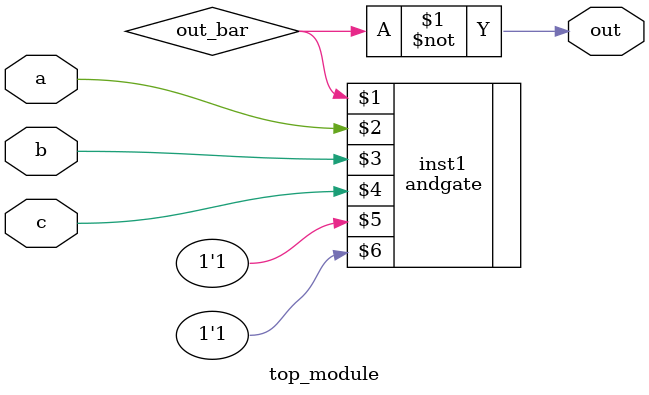
<source format=v>
module top_module (input a, input b, input c, output out);//

    wire out_bar;
    andgate inst1 (out_bar, a, b, c, 1'b1, 1'b1);
	assign out = ~out_bar;
    
endmodule

</source>
